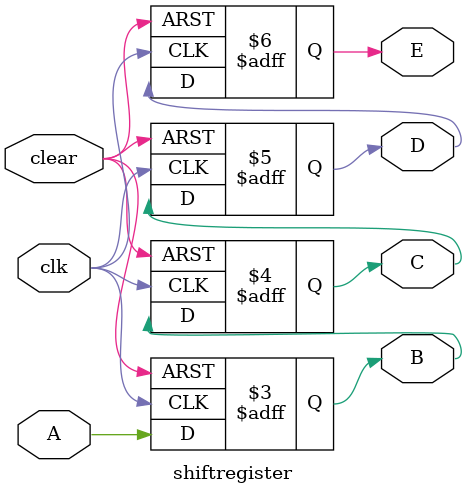
<source format=v>
module shiftregister(A,B,C,D,E,clk,clear);

input A;
input clk,clear;
output reg B,C,D,E;

always @(posedge clk or negedge clear)
 begin
   if(!clear) begin B=0;C=0;D=0;E=0; end 
	else
	begin
	   E<=D;
		D<=C;
		C<=B;
		B<=A;
	end
	
 end
endmodule
		
		

</source>
